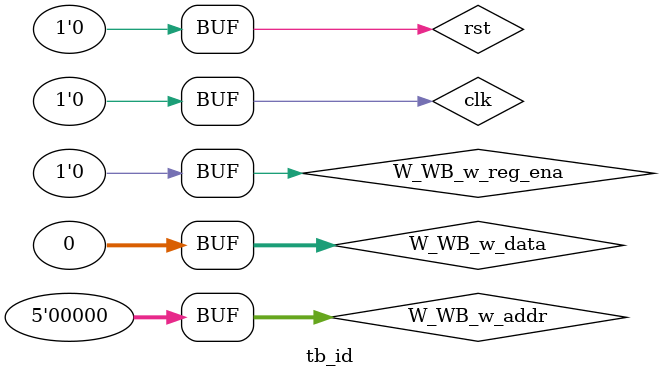
<source format=v>
`timescale 1ns / 1ps


module tb_id();
    reg clk, rst;

    wire [31:0] IF_ID_instr;

    // wire [31:0] W_instr;
    IF iff(
        clk, 1'b0, rst,
        IF_ID_instr
    );

    reg W_WB_w_reg_ena;
    reg [4:0] W_WB_w_addr;
    reg [31:0] W_WB_w_data;

    wire [5:0] W_op, W_func;
    wire W_w_dst_sel, W_w_reg_ena, W_rt_sel, W_w_mem_ena, W_wb_sel;
    wire [3:0] W_alu_sel;

    wire [15:0] W_ID_imme;
    wire [4:0] W_ID_rs, W_ID_rt, W_ID_rd;
    wire [31:0] W_ID_rs_data, W_ID_rt_data;
    wire W_ID_mem_r;

    wire W_ID_rt_sel, W_ID_alu_sel, W_ID_w_mem_ena, W_ID_w_reg_ena, W_ID_wb_sel;

    Controller controller(
        W_op, W_func,
        W_w_dst_sel, W_w_reg_ena, W_rt_sel, W_alu_sel, W_w_mem_ena, W_wb_sel
    );

    ID id(
        clk,
        rst,
        IF_ID_instr,
        // WB
        W_WB_w_reg_ena, W_WB_w_addr, W_WB_w_data,
        // from controller
        W_op, W_func,
        W_w_dst_sel, 
        W_w_reg_ena, 
        W_rt_sel, 
        W_alu_sel, 
        W_w_mem_ena, 
        W_wb_sel,
        // get from instr
        W_ID_imme,
        W_ID_rs, W_ID_rt, W_ID_rd,
        W_ID_rs_data, W_ID_rt_data,
        W_ID_mem_r,
        // pass control
        W_ID_rt_sel,
        W_ID_alu_sel,
        W_ID_w_mem_ena,
        W_ID_w_reg_ena,
        W_ID_wb_sel
    );

    initial begin
        clk = 1'b0;
        repeat (300) begin
            #50 clk = ~clk;
        end
    end

    initial begin
        rst = 1'b0;
        #10 rst = 1'b1;
        #100 rst = 1'b0;
        #100 begin
            W_WB_w_reg_ena = 1'b0;
            W_WB_w_addr = {32{1'b0}};
            W_WB_w_data = {32{1'b0}};

            // W_w_dst_sel = 1'b0;
            // W_w_reg_ena = 1'b0;
            // W_rt_sel    = 1'b0;
            // W_alu_sel   = 1'b0;
            // W_w_mem_ena = 1'b0;
            // W_wb_sel    = 1'b0;
        end
    end

endmodule

</source>
